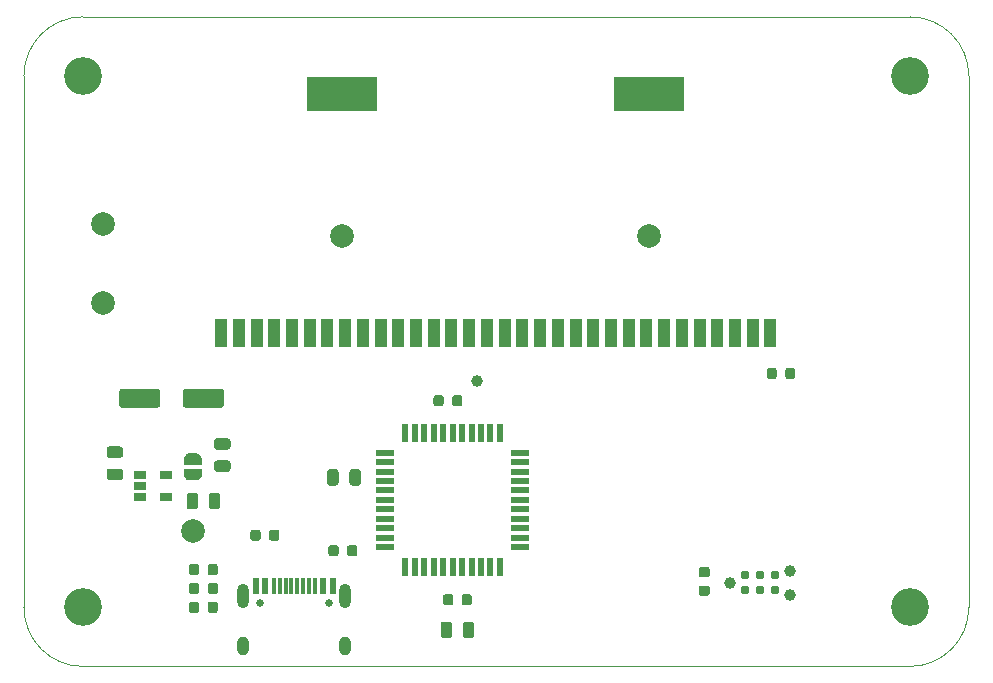
<source format=gbr>
%TF.GenerationSoftware,KiCad,Pcbnew,5.1.7-a382d34a8~87~ubuntu20.04.1*%
%TF.CreationDate,2020-10-04T21:32:38+03:00*%
%TF.ProjectId,GB-CARTPP-XC,47422d43-4152-4545-9050-2d58432e6b69,v1.2*%
%TF.SameCoordinates,Original*%
%TF.FileFunction,Soldermask,Top*%
%TF.FilePolarity,Negative*%
%FSLAX46Y46*%
G04 Gerber Fmt 4.6, Leading zero omitted, Abs format (unit mm)*
G04 Created by KiCad (PCBNEW 5.1.7-a382d34a8~87~ubuntu20.04.1) date 2020-10-04 21:32:38*
%MOMM*%
%LPD*%
G01*
G04 APERTURE LIST*
%TA.AperFunction,Profile*%
%ADD10C,0.050000*%
%TD*%
%ADD11C,2.000000*%
%ADD12R,1.060000X0.650000*%
%ADD13R,0.600000X1.450000*%
%ADD14R,0.300000X1.450000*%
%ADD15O,1.000000X2.100000*%
%ADD16C,0.650000*%
%ADD17O,1.000000X1.600000*%
%ADD18R,1.000000X2.400000*%
%ADD19R,6.000000X3.000000*%
%ADD20C,0.100000*%
%ADD21C,1.000000*%
%ADD22R,1.500000X0.550000*%
%ADD23R,0.550000X1.500000*%
%ADD24C,0.787400*%
%ADD25C,0.990600*%
%ADD26C,3.200000*%
G04 APERTURE END LIST*
D10*
X130000000Y-100000000D02*
G75*
G02*
X125000000Y-105000000I-5000000J0D01*
G01*
X55000000Y-105000000D02*
G75*
G02*
X50000000Y-100000000I0J5000000D01*
G01*
X50000000Y-55000000D02*
G75*
G02*
X55000000Y-50000000I5000000J0D01*
G01*
X125000000Y-50000000D02*
G75*
G02*
X130000000Y-55000000I0J-5000000D01*
G01*
X50000000Y-100000000D02*
X50000000Y-55000000D01*
X125000000Y-105000000D02*
X55000000Y-105000000D01*
X130000000Y-55000000D02*
X130000000Y-100000000D01*
X55000000Y-50000000D02*
X125000000Y-50000000D01*
D11*
%TO.C,TP4*%
X56700000Y-67500000D03*
%TD*%
D12*
%TO.C,U1*%
X62000000Y-88750000D03*
X62000000Y-90650000D03*
X59800000Y-90650000D03*
X59800000Y-89700000D03*
X59800000Y-88750000D03*
%TD*%
%TO.C,R4*%
G36*
G01*
X70050000Y-93643750D02*
X70050000Y-94156250D01*
G75*
G02*
X69831250Y-94375000I-218750J0D01*
G01*
X69393750Y-94375000D01*
G75*
G02*
X69175000Y-94156250I0J218750D01*
G01*
X69175000Y-93643750D01*
G75*
G02*
X69393750Y-93425000I218750J0D01*
G01*
X69831250Y-93425000D01*
G75*
G02*
X70050000Y-93643750I0J-218750D01*
G01*
G37*
G36*
G01*
X71625000Y-93643750D02*
X71625000Y-94156250D01*
G75*
G02*
X71406250Y-94375000I-218750J0D01*
G01*
X70968750Y-94375000D01*
G75*
G02*
X70750000Y-94156250I0J218750D01*
G01*
X70750000Y-93643750D01*
G75*
G02*
X70968750Y-93425000I218750J0D01*
G01*
X71406250Y-93425000D01*
G75*
G02*
X71625000Y-93643750I0J-218750D01*
G01*
G37*
%TD*%
%TO.C,R1*%
G36*
G01*
X77350000Y-95456250D02*
X77350000Y-94943750D01*
G75*
G02*
X77568750Y-94725000I218750J0D01*
G01*
X78006250Y-94725000D01*
G75*
G02*
X78225000Y-94943750I0J-218750D01*
G01*
X78225000Y-95456250D01*
G75*
G02*
X78006250Y-95675000I-218750J0D01*
G01*
X77568750Y-95675000D01*
G75*
G02*
X77350000Y-95456250I0J218750D01*
G01*
G37*
G36*
G01*
X75775000Y-95456250D02*
X75775000Y-94943750D01*
G75*
G02*
X75993750Y-94725000I218750J0D01*
G01*
X76431250Y-94725000D01*
G75*
G02*
X76650000Y-94943750I0J-218750D01*
G01*
X76650000Y-95456250D01*
G75*
G02*
X76431250Y-95675000I-218750J0D01*
G01*
X75993750Y-95675000D01*
G75*
G02*
X75775000Y-95456250I0J218750D01*
G01*
G37*
%TD*%
D13*
%TO.C,J1*%
X76150000Y-98155000D03*
X75350000Y-98155000D03*
X70450000Y-98155000D03*
X69650000Y-98155000D03*
X69650000Y-98155000D03*
X70450000Y-98155000D03*
X75350000Y-98155000D03*
X76150000Y-98155000D03*
D14*
X71150000Y-98155000D03*
X71650000Y-98155000D03*
X72150000Y-98155000D03*
X73150000Y-98155000D03*
X73650000Y-98155000D03*
X74150000Y-98155000D03*
X74650000Y-98155000D03*
X72650000Y-98155000D03*
D15*
X77220000Y-99070000D03*
X68580000Y-99070000D03*
D16*
X70010000Y-99600000D03*
D17*
X68580000Y-103250000D03*
D16*
X75790000Y-99600000D03*
D17*
X77220000Y-103250000D03*
%TD*%
%TO.C,FB1*%
G36*
G01*
X64850000Y-98143750D02*
X64850000Y-98656250D01*
G75*
G02*
X64631250Y-98875000I-218750J0D01*
G01*
X64193750Y-98875000D01*
G75*
G02*
X63975000Y-98656250I0J218750D01*
G01*
X63975000Y-98143750D01*
G75*
G02*
X64193750Y-97925000I218750J0D01*
G01*
X64631250Y-97925000D01*
G75*
G02*
X64850000Y-98143750I0J-218750D01*
G01*
G37*
G36*
G01*
X66425000Y-98143750D02*
X66425000Y-98656250D01*
G75*
G02*
X66206250Y-98875000I-218750J0D01*
G01*
X65768750Y-98875000D01*
G75*
G02*
X65550000Y-98656250I0J218750D01*
G01*
X65550000Y-98143750D01*
G75*
G02*
X65768750Y-97925000I218750J0D01*
G01*
X66206250Y-97925000D01*
G75*
G02*
X66425000Y-98143750I0J-218750D01*
G01*
G37*
%TD*%
%TO.C,C2*%
G36*
G01*
X65550000Y-100256250D02*
X65550000Y-99743750D01*
G75*
G02*
X65768750Y-99525000I218750J0D01*
G01*
X66206250Y-99525000D01*
G75*
G02*
X66425000Y-99743750I0J-218750D01*
G01*
X66425000Y-100256250D01*
G75*
G02*
X66206250Y-100475000I-218750J0D01*
G01*
X65768750Y-100475000D01*
G75*
G02*
X65550000Y-100256250I0J218750D01*
G01*
G37*
G36*
G01*
X63975000Y-100256250D02*
X63975000Y-99743750D01*
G75*
G02*
X64193750Y-99525000I218750J0D01*
G01*
X64631250Y-99525000D01*
G75*
G02*
X64850000Y-99743750I0J-218750D01*
G01*
X64850000Y-100256250D01*
G75*
G02*
X64631250Y-100475000I-218750J0D01*
G01*
X64193750Y-100475000D01*
G75*
G02*
X63975000Y-100256250I0J218750D01*
G01*
G37*
%TD*%
%TO.C,C1*%
G36*
G01*
X64850000Y-96543750D02*
X64850000Y-97056250D01*
G75*
G02*
X64631250Y-97275000I-218750J0D01*
G01*
X64193750Y-97275000D01*
G75*
G02*
X63975000Y-97056250I0J218750D01*
G01*
X63975000Y-96543750D01*
G75*
G02*
X64193750Y-96325000I218750J0D01*
G01*
X64631250Y-96325000D01*
G75*
G02*
X64850000Y-96543750I0J-218750D01*
G01*
G37*
G36*
G01*
X66425000Y-96543750D02*
X66425000Y-97056250D01*
G75*
G02*
X66206250Y-97275000I-218750J0D01*
G01*
X65768750Y-97275000D01*
G75*
G02*
X65550000Y-97056250I0J218750D01*
G01*
X65550000Y-96543750D01*
G75*
G02*
X65768750Y-96325000I218750J0D01*
G01*
X66206250Y-96325000D01*
G75*
G02*
X66425000Y-96543750I0J-218750D01*
G01*
G37*
%TD*%
D11*
%TO.C,TP3*%
X56700000Y-74200000D03*
%TD*%
%TO.C,C7*%
G36*
G01*
X61550000Y-81750000D02*
X61550000Y-82850000D01*
G75*
G02*
X61300000Y-83100000I-250000J0D01*
G01*
X58300000Y-83100000D01*
G75*
G02*
X58050000Y-82850000I0J250000D01*
G01*
X58050000Y-81750000D01*
G75*
G02*
X58300000Y-81500000I250000J0D01*
G01*
X61300000Y-81500000D01*
G75*
G02*
X61550000Y-81750000I0J-250000D01*
G01*
G37*
G36*
G01*
X66950000Y-81750000D02*
X66950000Y-82850000D01*
G75*
G02*
X66700000Y-83100000I-250000J0D01*
G01*
X63700000Y-83100000D01*
G75*
G02*
X63450000Y-82850000I0J250000D01*
G01*
X63450000Y-81750000D01*
G75*
G02*
X63700000Y-81500000I250000J0D01*
G01*
X66700000Y-81500000D01*
G75*
G02*
X66950000Y-81750000I0J-250000D01*
G01*
G37*
%TD*%
%TO.C,C5*%
G36*
G01*
X67256250Y-86650000D02*
X66343750Y-86650000D01*
G75*
G02*
X66100000Y-86406250I0J243750D01*
G01*
X66100000Y-85918750D01*
G75*
G02*
X66343750Y-85675000I243750J0D01*
G01*
X67256250Y-85675000D01*
G75*
G02*
X67500000Y-85918750I0J-243750D01*
G01*
X67500000Y-86406250D01*
G75*
G02*
X67256250Y-86650000I-243750J0D01*
G01*
G37*
G36*
G01*
X67256250Y-88525000D02*
X66343750Y-88525000D01*
G75*
G02*
X66100000Y-88281250I0J243750D01*
G01*
X66100000Y-87793750D01*
G75*
G02*
X66343750Y-87550000I243750J0D01*
G01*
X67256250Y-87550000D01*
G75*
G02*
X67500000Y-87793750I0J-243750D01*
G01*
X67500000Y-88281250D01*
G75*
G02*
X67256250Y-88525000I-243750J0D01*
G01*
G37*
%TD*%
%TO.C,C4*%
G36*
G01*
X58156250Y-87350000D02*
X57243750Y-87350000D01*
G75*
G02*
X57000000Y-87106250I0J243750D01*
G01*
X57000000Y-86618750D01*
G75*
G02*
X57243750Y-86375000I243750J0D01*
G01*
X58156250Y-86375000D01*
G75*
G02*
X58400000Y-86618750I0J-243750D01*
G01*
X58400000Y-87106250D01*
G75*
G02*
X58156250Y-87350000I-243750J0D01*
G01*
G37*
G36*
G01*
X58156250Y-89225000D02*
X57243750Y-89225000D01*
G75*
G02*
X57000000Y-88981250I0J243750D01*
G01*
X57000000Y-88493750D01*
G75*
G02*
X57243750Y-88250000I243750J0D01*
G01*
X58156250Y-88250000D01*
G75*
G02*
X58400000Y-88493750I0J-243750D01*
G01*
X58400000Y-88981250D01*
G75*
G02*
X58156250Y-89225000I-243750J0D01*
G01*
G37*
%TD*%
%TO.C,J3*%
X102950000Y-68550000D03*
D18*
X113200000Y-76750000D03*
X111700000Y-76750000D03*
X110200000Y-76750000D03*
X108700000Y-76750000D03*
X107200000Y-76750000D03*
X105700000Y-76750000D03*
X104200000Y-76750000D03*
X102700000Y-76750000D03*
X101200000Y-76750000D03*
X99700000Y-76750000D03*
X98200000Y-76750000D03*
X96700000Y-76750000D03*
X95200000Y-76750000D03*
X93700000Y-76750000D03*
X92200000Y-76750000D03*
X90700000Y-76750000D03*
X89200000Y-76750000D03*
X87700000Y-76750000D03*
X86200000Y-76750000D03*
X84700000Y-76750000D03*
X83200000Y-76750000D03*
X81700000Y-76750000D03*
X80200000Y-76750000D03*
X78700000Y-76750000D03*
X77200000Y-76750000D03*
X75700000Y-76750000D03*
X74200000Y-76750000D03*
X72700000Y-76750000D03*
X71200000Y-76750000D03*
X69700000Y-76750000D03*
X68200000Y-76750000D03*
D11*
X76950000Y-68550000D03*
D19*
X102950000Y-56550000D03*
X76950000Y-56550000D03*
D18*
X66700000Y-76750000D03*
%TD*%
%TO.C,C3*%
G36*
G01*
X76650000Y-88543750D02*
X76650000Y-89456250D01*
G75*
G02*
X76406250Y-89700000I-243750J0D01*
G01*
X75918750Y-89700000D01*
G75*
G02*
X75675000Y-89456250I0J243750D01*
G01*
X75675000Y-88543750D01*
G75*
G02*
X75918750Y-88300000I243750J0D01*
G01*
X76406250Y-88300000D01*
G75*
G02*
X76650000Y-88543750I0J-243750D01*
G01*
G37*
G36*
G01*
X78525000Y-88543750D02*
X78525000Y-89456250D01*
G75*
G02*
X78281250Y-89700000I-243750J0D01*
G01*
X77793750Y-89700000D01*
G75*
G02*
X77550000Y-89456250I0J243750D01*
G01*
X77550000Y-88543750D01*
G75*
G02*
X77793750Y-88300000I243750J0D01*
G01*
X78281250Y-88300000D01*
G75*
G02*
X78525000Y-88543750I0J-243750D01*
G01*
G37*
%TD*%
D20*
%TO.C,JP1*%
G36*
X63550602Y-87450000D02*
G01*
X63550602Y-87425466D01*
X63555412Y-87376635D01*
X63564984Y-87328510D01*
X63579228Y-87281555D01*
X63598005Y-87236222D01*
X63621136Y-87192949D01*
X63648396Y-87152150D01*
X63679524Y-87114221D01*
X63714221Y-87079524D01*
X63752150Y-87048396D01*
X63792949Y-87021136D01*
X63836222Y-86998005D01*
X63881555Y-86979228D01*
X63928510Y-86964984D01*
X63976635Y-86955412D01*
X64025466Y-86950602D01*
X64050000Y-86950602D01*
X64050000Y-86950000D01*
X64550000Y-86950000D01*
X64550000Y-86950602D01*
X64574534Y-86950602D01*
X64623365Y-86955412D01*
X64671490Y-86964984D01*
X64718445Y-86979228D01*
X64763778Y-86998005D01*
X64807051Y-87021136D01*
X64847850Y-87048396D01*
X64885779Y-87079524D01*
X64920476Y-87114221D01*
X64951604Y-87152150D01*
X64978864Y-87192949D01*
X65001995Y-87236222D01*
X65020772Y-87281555D01*
X65035016Y-87328510D01*
X65044588Y-87376635D01*
X65049398Y-87425466D01*
X65049398Y-87450000D01*
X65050000Y-87450000D01*
X65050000Y-87950000D01*
X63550000Y-87950000D01*
X63550000Y-87450000D01*
X63550602Y-87450000D01*
G37*
G36*
X65050000Y-88250000D02*
G01*
X65050000Y-88750000D01*
X65049398Y-88750000D01*
X65049398Y-88774534D01*
X65044588Y-88823365D01*
X65035016Y-88871490D01*
X65020772Y-88918445D01*
X65001995Y-88963778D01*
X64978864Y-89007051D01*
X64951604Y-89047850D01*
X64920476Y-89085779D01*
X64885779Y-89120476D01*
X64847850Y-89151604D01*
X64807051Y-89178864D01*
X64763778Y-89201995D01*
X64718445Y-89220772D01*
X64671490Y-89235016D01*
X64623365Y-89244588D01*
X64574534Y-89249398D01*
X64550000Y-89249398D01*
X64550000Y-89250000D01*
X64050000Y-89250000D01*
X64050000Y-89249398D01*
X64025466Y-89249398D01*
X63976635Y-89244588D01*
X63928510Y-89235016D01*
X63881555Y-89220772D01*
X63836222Y-89201995D01*
X63792949Y-89178864D01*
X63752150Y-89151604D01*
X63714221Y-89120476D01*
X63679524Y-89085779D01*
X63648396Y-89047850D01*
X63621136Y-89007051D01*
X63598005Y-88963778D01*
X63579228Y-88918445D01*
X63564984Y-88871490D01*
X63555412Y-88823365D01*
X63550602Y-88774534D01*
X63550602Y-88750000D01*
X63550000Y-88750000D01*
X63550000Y-88250000D01*
X65050000Y-88250000D01*
G37*
%TD*%
D21*
%TO.C,TP2*%
X88400000Y-80800000D03*
%TD*%
D22*
%TO.C,U2*%
X80600000Y-94900000D03*
X80600000Y-94100000D03*
X80600000Y-93300000D03*
X80600000Y-92500000D03*
X80600000Y-91700000D03*
X80600000Y-90900000D03*
X80600000Y-90100000D03*
X80600000Y-89300000D03*
X80600000Y-88500000D03*
X80600000Y-87700000D03*
X80600000Y-86900000D03*
D23*
X82300000Y-85200000D03*
X83100000Y-85200000D03*
X83900000Y-85200000D03*
X84700000Y-85200000D03*
X85500000Y-85200000D03*
X86300000Y-85200000D03*
X87100000Y-85200000D03*
X87900000Y-85200000D03*
X88700000Y-85200000D03*
X89500000Y-85200000D03*
X90300000Y-85200000D03*
D22*
X92000000Y-86900000D03*
X92000000Y-87700000D03*
X92000000Y-88500000D03*
X92000000Y-89300000D03*
X92000000Y-90100000D03*
X92000000Y-90900000D03*
X92000000Y-91700000D03*
X92000000Y-92500000D03*
X92000000Y-93300000D03*
X92000000Y-94100000D03*
X92000000Y-94900000D03*
D23*
X90300000Y-96600000D03*
X89500000Y-96600000D03*
X88700000Y-96600000D03*
X87900000Y-96600000D03*
X87100000Y-96600000D03*
X86300000Y-96600000D03*
X85500000Y-96600000D03*
X84700000Y-96600000D03*
X83900000Y-96600000D03*
X83100000Y-96600000D03*
X82300000Y-96600000D03*
%TD*%
D11*
%TO.C,TP1*%
X64300000Y-93500000D03*
%TD*%
%TO.C,R3*%
G36*
G01*
X113750000Y-79943750D02*
X113750000Y-80456250D01*
G75*
G02*
X113531250Y-80675000I-218750J0D01*
G01*
X113093750Y-80675000D01*
G75*
G02*
X112875000Y-80456250I0J218750D01*
G01*
X112875000Y-79943750D01*
G75*
G02*
X113093750Y-79725000I218750J0D01*
G01*
X113531250Y-79725000D01*
G75*
G02*
X113750000Y-79943750I0J-218750D01*
G01*
G37*
G36*
G01*
X115325000Y-79943750D02*
X115325000Y-80456250D01*
G75*
G02*
X115106250Y-80675000I-218750J0D01*
G01*
X114668750Y-80675000D01*
G75*
G02*
X114450000Y-80456250I0J218750D01*
G01*
X114450000Y-79943750D01*
G75*
G02*
X114668750Y-79725000I218750J0D01*
G01*
X115106250Y-79725000D01*
G75*
G02*
X115325000Y-79943750I0J-218750D01*
G01*
G37*
%TD*%
%TO.C,R2*%
G36*
G01*
X107343750Y-98150000D02*
X107856250Y-98150000D01*
G75*
G02*
X108075000Y-98368750I0J-218750D01*
G01*
X108075000Y-98806250D01*
G75*
G02*
X107856250Y-99025000I-218750J0D01*
G01*
X107343750Y-99025000D01*
G75*
G02*
X107125000Y-98806250I0J218750D01*
G01*
X107125000Y-98368750D01*
G75*
G02*
X107343750Y-98150000I218750J0D01*
G01*
G37*
G36*
G01*
X107343750Y-96575000D02*
X107856250Y-96575000D01*
G75*
G02*
X108075000Y-96793750I0J-218750D01*
G01*
X108075000Y-97231250D01*
G75*
G02*
X107856250Y-97450000I-218750J0D01*
G01*
X107343750Y-97450000D01*
G75*
G02*
X107125000Y-97231250I0J218750D01*
G01*
X107125000Y-96793750D01*
G75*
G02*
X107343750Y-96575000I218750J0D01*
G01*
G37*
%TD*%
D24*
%TO.C,J2*%
X113570000Y-97265000D03*
X113570000Y-98535000D03*
X112300000Y-97265000D03*
X112300000Y-98535000D03*
X111030000Y-97265000D03*
X111030000Y-98535000D03*
D25*
X109760000Y-97900000D03*
X114840000Y-98916000D03*
X114840000Y-96884000D03*
%TD*%
D26*
%TO.C,H4*%
X125000000Y-100000000D03*
%TD*%
%TO.C,H3*%
X55000000Y-100000000D03*
%TD*%
%TO.C,H2*%
X55000000Y-55000000D03*
%TD*%
%TO.C,H1*%
X125000000Y-55000000D03*
%TD*%
%TO.C,C10*%
G36*
G01*
X85550000Y-82243750D02*
X85550000Y-82756250D01*
G75*
G02*
X85331250Y-82975000I-218750J0D01*
G01*
X84893750Y-82975000D01*
G75*
G02*
X84675000Y-82756250I0J218750D01*
G01*
X84675000Y-82243750D01*
G75*
G02*
X84893750Y-82025000I218750J0D01*
G01*
X85331250Y-82025000D01*
G75*
G02*
X85550000Y-82243750I0J-218750D01*
G01*
G37*
G36*
G01*
X87125000Y-82243750D02*
X87125000Y-82756250D01*
G75*
G02*
X86906250Y-82975000I-218750J0D01*
G01*
X86468750Y-82975000D01*
G75*
G02*
X86250000Y-82756250I0J218750D01*
G01*
X86250000Y-82243750D01*
G75*
G02*
X86468750Y-82025000I218750J0D01*
G01*
X86906250Y-82025000D01*
G75*
G02*
X87125000Y-82243750I0J-218750D01*
G01*
G37*
%TD*%
%TO.C,C9*%
G36*
G01*
X86350000Y-99093750D02*
X86350000Y-99606250D01*
G75*
G02*
X86131250Y-99825000I-218750J0D01*
G01*
X85693750Y-99825000D01*
G75*
G02*
X85475000Y-99606250I0J218750D01*
G01*
X85475000Y-99093750D01*
G75*
G02*
X85693750Y-98875000I218750J0D01*
G01*
X86131250Y-98875000D01*
G75*
G02*
X86350000Y-99093750I0J-218750D01*
G01*
G37*
G36*
G01*
X87925000Y-99093750D02*
X87925000Y-99606250D01*
G75*
G02*
X87706250Y-99825000I-218750J0D01*
G01*
X87268750Y-99825000D01*
G75*
G02*
X87050000Y-99606250I0J218750D01*
G01*
X87050000Y-99093750D01*
G75*
G02*
X87268750Y-98875000I218750J0D01*
G01*
X87706250Y-98875000D01*
G75*
G02*
X87925000Y-99093750I0J-218750D01*
G01*
G37*
%TD*%
%TO.C,C8*%
G36*
G01*
X86250000Y-101443750D02*
X86250000Y-102356250D01*
G75*
G02*
X86006250Y-102600000I-243750J0D01*
G01*
X85518750Y-102600000D01*
G75*
G02*
X85275000Y-102356250I0J243750D01*
G01*
X85275000Y-101443750D01*
G75*
G02*
X85518750Y-101200000I243750J0D01*
G01*
X86006250Y-101200000D01*
G75*
G02*
X86250000Y-101443750I0J-243750D01*
G01*
G37*
G36*
G01*
X88125000Y-101443750D02*
X88125000Y-102356250D01*
G75*
G02*
X87881250Y-102600000I-243750J0D01*
G01*
X87393750Y-102600000D01*
G75*
G02*
X87150000Y-102356250I0J243750D01*
G01*
X87150000Y-101443750D01*
G75*
G02*
X87393750Y-101200000I243750J0D01*
G01*
X87881250Y-101200000D01*
G75*
G02*
X88125000Y-101443750I0J-243750D01*
G01*
G37*
%TD*%
%TO.C,C6*%
G36*
G01*
X65650000Y-91456250D02*
X65650000Y-90543750D01*
G75*
G02*
X65893750Y-90300000I243750J0D01*
G01*
X66381250Y-90300000D01*
G75*
G02*
X66625000Y-90543750I0J-243750D01*
G01*
X66625000Y-91456250D01*
G75*
G02*
X66381250Y-91700000I-243750J0D01*
G01*
X65893750Y-91700000D01*
G75*
G02*
X65650000Y-91456250I0J243750D01*
G01*
G37*
G36*
G01*
X63775000Y-91456250D02*
X63775000Y-90543750D01*
G75*
G02*
X64018750Y-90300000I243750J0D01*
G01*
X64506250Y-90300000D01*
G75*
G02*
X64750000Y-90543750I0J-243750D01*
G01*
X64750000Y-91456250D01*
G75*
G02*
X64506250Y-91700000I-243750J0D01*
G01*
X64018750Y-91700000D01*
G75*
G02*
X63775000Y-91456250I0J243750D01*
G01*
G37*
%TD*%
M02*

</source>
